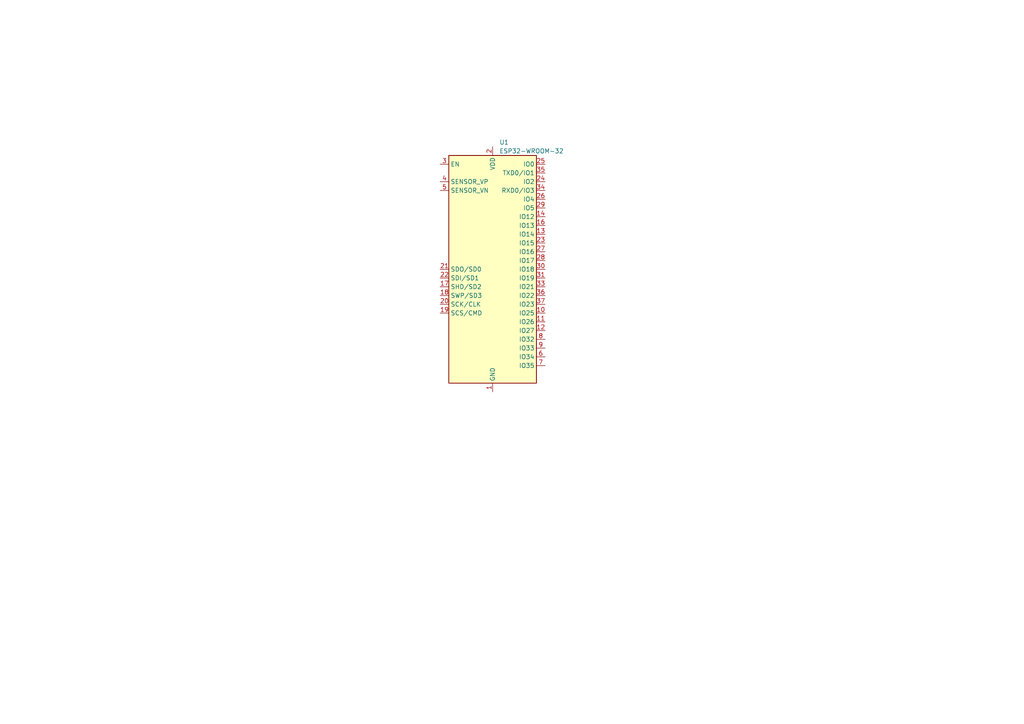
<source format=kicad_sch>
(kicad_sch (version 20221206) (generator eeschema)

  (uuid d97c6002-5333-4460-ad67-b98547fc1016)

  (paper "A4")

  (lib_symbols
    (symbol "HexapodComponents:ESP32-WROOM-32" (in_bom yes) (on_board yes)
      (property "Reference" "U" (at -12.7 34.29 0)
        (effects (font (size 1.27 1.27)) (justify left))
      )
      (property "Value" "ESP32-WROOM-32" (at 1.27 34.29 0)
        (effects (font (size 1.27 1.27)) (justify left))
      )
      (property "Footprint" "RF_Module:ESP32-WROOM-32" (at 0 -38.1 0)
        (effects (font (size 1.27 1.27)) hide)
      )
      (property "Datasheet" "https://www.espressif.com/sites/default/files/documentation/esp32-wroom-32_datasheet_en.pdf" (at -7.62 1.27 0)
        (effects (font (size 1.27 1.27)) hide)
      )
      (property "ki_keywords" "RF Radio BT ESP ESP32 Espressif onboard PCB antenna" (at 0 0 0)
        (effects (font (size 1.27 1.27)) hide)
      )
      (property "ki_description" "RF Module, ESP32-D0WDQ6 SoC, Wi-Fi 802.11b/g/n, Bluetooth, BLE, 32-bit, 2.7-3.6V, onboard antenna, SMD" (at 0 0 0)
        (effects (font (size 1.27 1.27)) hide)
      )
      (property "ki_fp_filters" "ESP32?WROOM?32*" (at 0 0 0)
        (effects (font (size 1.27 1.27)) hide)
      )
      (symbol "ESP32-WROOM-32_0_1"
        (rectangle (start -12.7 33.02) (end 12.7 -33.02)
          (stroke (width 0.254) (type default))
          (fill (type background))
        )
      )
      (symbol "ESP32-WROOM-32_1_1"
        (pin power_in line (at 0 -35.56 90) (length 2.54)
          (name "GND" (effects (font (size 1.27 1.27))))
          (number "1" (effects (font (size 1.27 1.27))))
        )
        (pin bidirectional line (at 15.24 -12.7 180) (length 2.54)
          (name "IO25" (effects (font (size 1.27 1.27))))
          (number "10" (effects (font (size 1.27 1.27))))
        )
        (pin bidirectional line (at 15.24 -15.24 180) (length 2.54)
          (name "IO26" (effects (font (size 1.27 1.27))))
          (number "11" (effects (font (size 1.27 1.27))))
        )
        (pin bidirectional line (at 15.24 -17.78 180) (length 2.54)
          (name "IO27" (effects (font (size 1.27 1.27))))
          (number "12" (effects (font (size 1.27 1.27))))
        )
        (pin bidirectional line (at 15.24 10.16 180) (length 2.54)
          (name "IO14" (effects (font (size 1.27 1.27))))
          (number "13" (effects (font (size 1.27 1.27))))
        )
        (pin bidirectional line (at 15.24 15.24 180) (length 2.54)
          (name "IO12" (effects (font (size 1.27 1.27))))
          (number "14" (effects (font (size 1.27 1.27))))
        )
        (pin passive line (at 0 -35.56 90) (length 2.54) hide
          (name "GND" (effects (font (size 1.27 1.27))))
          (number "15" (effects (font (size 1.27 1.27))))
        )
        (pin bidirectional line (at 15.24 12.7 180) (length 2.54)
          (name "IO13" (effects (font (size 1.27 1.27))))
          (number "16" (effects (font (size 1.27 1.27))))
        )
        (pin bidirectional line (at -15.24 -5.08 0) (length 2.54)
          (name "SHD/SD2" (effects (font (size 1.27 1.27))))
          (number "17" (effects (font (size 1.27 1.27))))
        )
        (pin bidirectional line (at -15.24 -7.62 0) (length 2.54)
          (name "SWP/SD3" (effects (font (size 1.27 1.27))))
          (number "18" (effects (font (size 1.27 1.27))))
        )
        (pin bidirectional line (at -15.24 -12.7 0) (length 2.54)
          (name "SCS/CMD" (effects (font (size 1.27 1.27))))
          (number "19" (effects (font (size 1.27 1.27))))
        )
        (pin power_in line (at 0 35.56 270) (length 2.54)
          (name "VDD" (effects (font (size 1.27 1.27))))
          (number "2" (effects (font (size 1.27 1.27))))
        )
        (pin bidirectional line (at -15.24 -10.16 0) (length 2.54)
          (name "SCK/CLK" (effects (font (size 1.27 1.27))))
          (number "20" (effects (font (size 1.27 1.27))))
        )
        (pin bidirectional line (at -15.24 0 0) (length 2.54)
          (name "SDO/SD0" (effects (font (size 1.27 1.27))))
          (number "21" (effects (font (size 1.27 1.27))))
        )
        (pin bidirectional line (at -15.24 -2.54 0) (length 2.54)
          (name "SDI/SD1" (effects (font (size 1.27 1.27))))
          (number "22" (effects (font (size 1.27 1.27))))
        )
        (pin bidirectional line (at 15.24 7.62 180) (length 2.54)
          (name "IO15" (effects (font (size 1.27 1.27))))
          (number "23" (effects (font (size 1.27 1.27))))
        )
        (pin bidirectional line (at 15.24 25.4 180) (length 2.54)
          (name "IO2" (effects (font (size 1.27 1.27))))
          (number "24" (effects (font (size 1.27 1.27))))
        )
        (pin bidirectional line (at 15.24 30.48 180) (length 2.54)
          (name "IO0" (effects (font (size 1.27 1.27))))
          (number "25" (effects (font (size 1.27 1.27))))
        )
        (pin bidirectional line (at 15.24 20.32 180) (length 2.54)
          (name "IO4" (effects (font (size 1.27 1.27))))
          (number "26" (effects (font (size 1.27 1.27))))
        )
        (pin bidirectional line (at 15.24 5.08 180) (length 2.54)
          (name "IO16" (effects (font (size 1.27 1.27))))
          (number "27" (effects (font (size 1.27 1.27))))
        )
        (pin bidirectional line (at 15.24 2.54 180) (length 2.54)
          (name "IO17" (effects (font (size 1.27 1.27))))
          (number "28" (effects (font (size 1.27 1.27))))
        )
        (pin bidirectional line (at 15.24 17.78 180) (length 2.54)
          (name "IO5" (effects (font (size 1.27 1.27))))
          (number "29" (effects (font (size 1.27 1.27))))
        )
        (pin input line (at -15.24 30.48 0) (length 2.54)
          (name "EN" (effects (font (size 1.27 1.27))))
          (number "3" (effects (font (size 1.27 1.27))))
        )
        (pin bidirectional line (at 15.24 0 180) (length 2.54)
          (name "IO18" (effects (font (size 1.27 1.27))))
          (number "30" (effects (font (size 1.27 1.27))))
        )
        (pin bidirectional line (at 15.24 -2.54 180) (length 2.54)
          (name "IO19" (effects (font (size 1.27 1.27))))
          (number "31" (effects (font (size 1.27 1.27))))
        )
        (pin no_connect line (at -12.7 -27.94 0) (length 2.54) hide
          (name "NC" (effects (font (size 1.27 1.27))))
          (number "32" (effects (font (size 1.27 1.27))))
        )
        (pin bidirectional line (at 15.24 -5.08 180) (length 2.54)
          (name "IO21" (effects (font (size 1.27 1.27))))
          (number "33" (effects (font (size 1.27 1.27))))
        )
        (pin bidirectional line (at 15.24 22.86 180) (length 2.54)
          (name "RXD0/IO3" (effects (font (size 1.27 1.27))))
          (number "34" (effects (font (size 1.27 1.27))))
        )
        (pin bidirectional line (at 15.24 27.94 180) (length 2.54)
          (name "TXD0/IO1" (effects (font (size 1.27 1.27))))
          (number "35" (effects (font (size 1.27 1.27))))
        )
        (pin bidirectional line (at 15.24 -7.62 180) (length 2.54)
          (name "IO22" (effects (font (size 1.27 1.27))))
          (number "36" (effects (font (size 1.27 1.27))))
        )
        (pin bidirectional line (at 15.24 -10.16 180) (length 2.54)
          (name "IO23" (effects (font (size 1.27 1.27))))
          (number "37" (effects (font (size 1.27 1.27))))
        )
        (pin passive line (at 0 -35.56 90) (length 2.54) hide
          (name "GND" (effects (font (size 1.27 1.27))))
          (number "38" (effects (font (size 1.27 1.27))))
        )
        (pin passive line (at 0 -35.56 90) (length 2.54) hide
          (name "GND" (effects (font (size 1.27 1.27))))
          (number "39" (effects (font (size 1.27 1.27))))
        )
        (pin input line (at -15.24 25.4 0) (length 2.54)
          (name "SENSOR_VP" (effects (font (size 1.27 1.27))))
          (number "4" (effects (font (size 1.27 1.27))))
        )
        (pin input line (at -15.24 22.86 0) (length 2.54)
          (name "SENSOR_VN" (effects (font (size 1.27 1.27))))
          (number "5" (effects (font (size 1.27 1.27))))
        )
        (pin input line (at 15.24 -25.4 180) (length 2.54)
          (name "IO34" (effects (font (size 1.27 1.27))))
          (number "6" (effects (font (size 1.27 1.27))))
        )
        (pin input line (at 15.24 -27.94 180) (length 2.54)
          (name "IO35" (effects (font (size 1.27 1.27))))
          (number "7" (effects (font (size 1.27 1.27))))
        )
        (pin bidirectional line (at 15.24 -20.32 180) (length 2.54)
          (name "IO32" (effects (font (size 1.27 1.27))))
          (number "8" (effects (font (size 1.27 1.27))))
        )
        (pin bidirectional line (at 15.24 -22.86 180) (length 2.54)
          (name "IO33" (effects (font (size 1.27 1.27))))
          (number "9" (effects (font (size 1.27 1.27))))
        )
      )
    )
  )


  (symbol (lib_id "HexapodComponents:ESP32-WROOM-32") (at 142.875 78.105 0) (unit 1)
    (in_bom yes) (on_board yes) (dnp no) (fields_autoplaced)
    (uuid 9acacba5-1054-45f3-b0ac-9361552f8e23)
    (property "Reference" "U1" (at 144.8309 41.275 0)
      (effects (font (size 1.27 1.27)) (justify left))
    )
    (property "Value" "ESP32-WROOM-32" (at 144.8309 43.815 0)
      (effects (font (size 1.27 1.27)) (justify left))
    )
    (property "Footprint" "RF_Module:ESP32-WROOM-32" (at 142.875 116.205 0)
      (effects (font (size 1.27 1.27)) hide)
    )
    (property "Datasheet" "https://www.espressif.com/sites/default/files/documentation/esp32-wroom-32_datasheet_en.pdf" (at 135.255 76.835 0)
      (effects (font (size 1.27 1.27)) hide)
    )
    (pin "1" (uuid 6a425284-f74b-49a5-9521-3e6fc7a73b68))
    (pin "10" (uuid 1e2b5b66-d5ac-40d9-a24f-4b678cea3ed1))
    (pin "11" (uuid de9ad9f2-032c-4d95-9cd5-c2f25a2e8d6a))
    (pin "12" (uuid c0c642fa-b5da-4489-ac9c-aac0190efadf))
    (pin "13" (uuid b58ef477-20d1-4657-89b0-378b5836d964))
    (pin "14" (uuid cebb924c-5396-46ed-9ae2-9db15ed774b3))
    (pin "15" (uuid 2e40c9b3-be95-43b3-a803-8508447c2c22))
    (pin "16" (uuid beec5f8f-10a3-4a9c-b064-61010c26d0a8))
    (pin "17" (uuid b696a4e0-6745-4c29-b1de-9ffbd23bd0b8))
    (pin "18" (uuid 7218caaa-1c2d-4222-b833-7c5003a94383))
    (pin "19" (uuid df70535d-2c28-4282-87ef-d3e386ba7acc))
    (pin "2" (uuid 459524f8-cf5f-4041-babc-db4eccd1d90d))
    (pin "20" (uuid 311a0794-30e1-41a1-91ba-6bcf398f2aac))
    (pin "21" (uuid 87134ed9-2417-4abe-91f7-e50c6b1ae768))
    (pin "22" (uuid e686bac0-9de8-4bcd-aec9-d131b327c5c5))
    (pin "23" (uuid 05310bb6-dc68-4e9d-9f08-d520fca70100))
    (pin "24" (uuid 1a5a6dcc-62c4-4035-bcf1-c94d3421feb1))
    (pin "25" (uuid 097d4d77-d48c-4bb3-8f92-185b6428da90))
    (pin "26" (uuid 5753f404-c073-48ca-a3a3-36dfba676f18))
    (pin "27" (uuid ba943d69-ee57-4bc2-a039-ee4102e0a85a))
    (pin "28" (uuid 231dc9da-7ab5-4e98-a3e6-c3e30d07778c))
    (pin "29" (uuid 92dcea96-8b76-41dd-b5d1-545e9ede790b))
    (pin "3" (uuid cbdc9b8b-ff0e-425e-b33e-5be7d9f2f376))
    (pin "30" (uuid 3f99e136-ce2a-4845-b533-ef88f251fa96))
    (pin "31" (uuid e590da4b-8496-4b87-912e-16eb9482ca63))
    (pin "32" (uuid f2174a8c-cd97-4556-84a8-ad771d5e4b59))
    (pin "33" (uuid 2aef9ef7-75d4-4510-9328-98519727c77e))
    (pin "34" (uuid 24e0c428-f41f-4000-acd0-f45700cdc8df))
    (pin "35" (uuid 656a41e5-4494-4727-b2bc-2513c64bc091))
    (pin "36" (uuid ab92d359-7860-4af3-a5d0-72a16902492e))
    (pin "37" (uuid 6b586cdd-2361-4eae-8f65-d9ed7a24c4e7))
    (pin "38" (uuid 2603b968-2c3d-4f77-8d58-4a958f722388))
    (pin "39" (uuid d4565875-9125-4dfe-b098-43a5fd284e3a))
    (pin "4" (uuid baf0d474-1b7e-489e-94cf-0eda9eb50656))
    (pin "5" (uuid 69505588-cb73-44d3-97ec-e7dd3f9a6359))
    (pin "6" (uuid 0f6a9179-6bfa-4ebd-a43d-a0773ab5e04c))
    (pin "7" (uuid ef6fe6bb-0230-4e91-ac04-af2ebefd93ff))
    (pin "8" (uuid db2b441b-5605-4f1e-bbff-c7632ee401c9))
    (pin "9" (uuid fb04b7d7-a362-4826-a6df-e5f057e05ad5))
    (instances
      (project "Hexapod"
        (path "/d97c6002-5333-4460-ad67-b98547fc1016"
          (reference "U1") (unit 1)
        )
      )
    )
  )

  (sheet_instances
    (path "/" (page "1"))
  )
)

</source>
